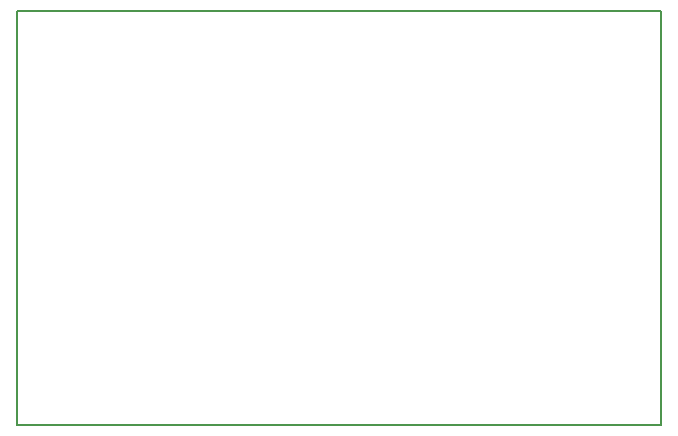
<source format=gbr>
%TF.GenerationSoftware,KiCad,Pcbnew,(6.0.4)*%
%TF.CreationDate,2022-10-01T01:36:45+02:00*%
%TF.ProjectId,RGB-YPbPr-Converter,5247422d-5950-4625-9072-2d436f6e7665,rev?*%
%TF.SameCoordinates,Original*%
%TF.FileFunction,Profile,NP*%
%FSLAX46Y46*%
G04 Gerber Fmt 4.6, Leading zero omitted, Abs format (unit mm)*
G04 Created by KiCad (PCBNEW (6.0.4)) date 2022-10-01 01:36:45*
%MOMM*%
%LPD*%
G01*
G04 APERTURE LIST*
%TA.AperFunction,Profile*%
%ADD10C,0.150000*%
%TD*%
G04 APERTURE END LIST*
D10*
X61500000Y-53500000D02*
X116000000Y-53500000D01*
X116000000Y-53500000D02*
X116000000Y-88500000D01*
X116000000Y-88500000D02*
X61500000Y-88500000D01*
X61500000Y-88500000D02*
X61500000Y-53500000D01*
M02*

</source>
